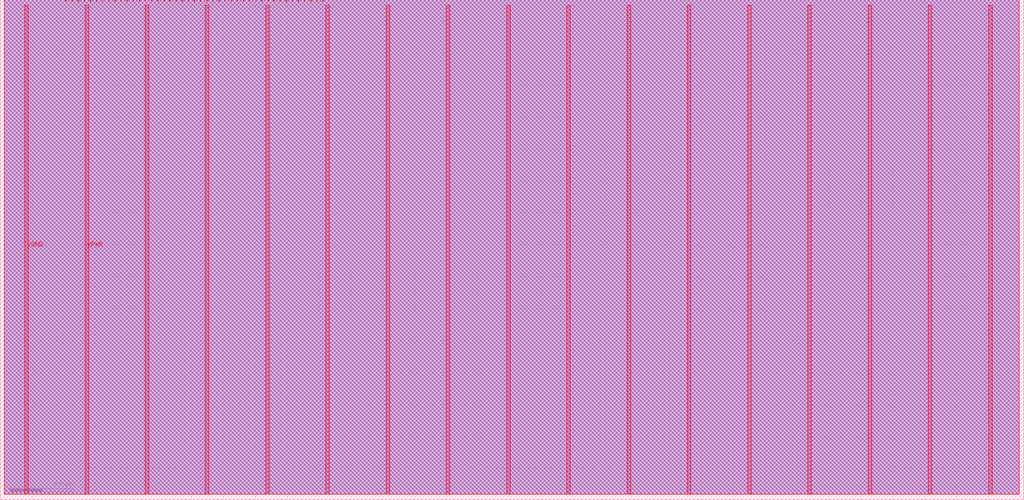
<source format=lef>
VERSION 5.8 ;
BUSBITCHARS "[]" ;
DIVIDERCHAR "/" ;
UNITS
    DATABASE MICRONS 1000 ;
END UNITS

VIA tt_um_toivoh_retro_console_via1_2_2200_440_1_5_410_410
  VIARULE via1Array ;
  CUTSIZE 0.19 0.19 ;
  LAYERS Metal1 Via1 Metal2 ;
  CUTSPACING 0.22 0.22 ;
  ENCLOSURE 0.01 0.125 0.05 0.005 ;
  ROWCOL 1 5 ;
END tt_um_toivoh_retro_console_via1_2_2200_440_1_5_410_410

VIA tt_um_toivoh_retro_console_via2_3_2200_440_1_5_410_410
  VIARULE via2Array ;
  CUTSIZE 0.19 0.19 ;
  LAYERS Metal2 Via2 Metal3 ;
  CUTSPACING 0.22 0.22 ;
  ENCLOSURE 0.05 0.005 0.005 0.05 ;
  ROWCOL 1 5 ;
END tt_um_toivoh_retro_console_via2_3_2200_440_1_5_410_410

VIA tt_um_toivoh_retro_console_via3_4_2200_440_1_5_410_410
  VIARULE via3Array ;
  CUTSIZE 0.19 0.19 ;
  LAYERS Metal3 Via3 Metal4 ;
  CUTSPACING 0.22 0.22 ;
  ENCLOSURE 0.005 0.05 0.05 0.005 ;
  ROWCOL 1 5 ;
END tt_um_toivoh_retro_console_via3_4_2200_440_1_5_410_410

VIA tt_um_toivoh_retro_console_via4_5_2200_440_1_5_410_410
  VIARULE via4Array ;
  CUTSIZE 0.19 0.19 ;
  LAYERS Metal4 Via4 Metal5 ;
  CUTSPACING 0.22 0.22 ;
  ENCLOSURE 0.05 0.005 0.185 0.05 ;
  ROWCOL 1 5 ;
END tt_um_toivoh_retro_console_via4_5_2200_440_1_5_410_410

MACRO tt_um_toivoh_retro_console
  FOREIGN tt_um_toivoh_retro_console 0 0 ;
  CLASS BLOCK ;
  SIZE 642.24 BY 313.74 ;
  PIN clk
    DIRECTION INPUT ;
    USE SIGNAL ;
    PORT
      LAYER Metal5 ;
        RECT  198.57 312.74 198.87 313.74 ;
    END
  END clk
  PIN ena
    DIRECTION INPUT ;
    USE SIGNAL ;
    PORT
      LAYER Metal5 ;
        RECT  202.41 312.74 202.71 313.74 ;
    END
  END ena
  PIN rst_n
    DIRECTION INPUT ;
    USE SIGNAL ;
    PORT
      LAYER Metal5 ;
        RECT  194.73 312.74 195.03 313.74 ;
    END
  END rst_n
  PIN ui_in[0]
    DIRECTION INPUT ;
    USE SIGNAL ;
    PORT
      LAYER Metal5 ;
        RECT  190.89 312.74 191.19 313.74 ;
    END
  END ui_in[0]
  PIN ui_in[1]
    DIRECTION INPUT ;
    USE SIGNAL ;
    PORT
      LAYER Metal5 ;
        RECT  187.05 312.74 187.35 313.74 ;
    END
  END ui_in[1]
  PIN ui_in[2]
    DIRECTION INPUT ;
    USE SIGNAL ;
    PORT
      LAYER Metal5 ;
        RECT  183.21 312.74 183.51 313.74 ;
    END
  END ui_in[2]
  PIN ui_in[3]
    DIRECTION INPUT ;
    USE SIGNAL ;
    PORT
      LAYER Metal5 ;
        RECT  179.37 312.74 179.67 313.74 ;
    END
  END ui_in[3]
  PIN ui_in[4]
    DIRECTION INPUT ;
    USE SIGNAL ;
    PORT
      LAYER Metal5 ;
        RECT  175.53 312.74 175.83 313.74 ;
    END
  END ui_in[4]
  PIN ui_in[5]
    DIRECTION INPUT ;
    USE SIGNAL ;
    PORT
      LAYER Metal5 ;
        RECT  171.69 312.74 171.99 313.74 ;
    END
  END ui_in[5]
  PIN ui_in[6]
    DIRECTION INPUT ;
    USE SIGNAL ;
    PORT
      LAYER Metal5 ;
        RECT  167.85 312.74 168.15 313.74 ;
    END
  END ui_in[6]
  PIN ui_in[7]
    DIRECTION INPUT ;
    USE SIGNAL ;
    PORT
      LAYER Metal5 ;
        RECT  164.01 312.74 164.31 313.74 ;
    END
  END ui_in[7]
  PIN uio_in[0]
    DIRECTION INPUT ;
    USE SIGNAL ;
    PORT
      LAYER Metal5 ;
        RECT  160.17 312.74 160.47 313.74 ;
    END
  END uio_in[0]
  PIN uio_in[1]
    DIRECTION INPUT ;
    USE SIGNAL ;
    PORT
      LAYER Metal5 ;
        RECT  156.33 312.74 156.63 313.74 ;
    END
  END uio_in[1]
  PIN uio_in[2]
    DIRECTION INPUT ;
    USE SIGNAL ;
    PORT
      LAYER Metal5 ;
        RECT  152.49 312.74 152.79 313.74 ;
    END
  END uio_in[2]
  PIN uio_in[3]
    DIRECTION INPUT ;
    USE SIGNAL ;
    PORT
      LAYER Metal5 ;
        RECT  148.65 312.74 148.95 313.74 ;
    END
  END uio_in[3]
  PIN uio_in[4]
    DIRECTION INPUT ;
    USE SIGNAL ;
    PORT
      LAYER Metal5 ;
        RECT  144.81 312.74 145.11 313.74 ;
    END
  END uio_in[4]
  PIN uio_in[5]
    DIRECTION INPUT ;
    USE SIGNAL ;
    PORT
      LAYER Metal5 ;
        RECT  140.97 312.74 141.27 313.74 ;
    END
  END uio_in[5]
  PIN uio_in[6]
    DIRECTION INPUT ;
    USE SIGNAL ;
    PORT
      LAYER Metal5 ;
        RECT  137.13 312.74 137.43 313.74 ;
    END
  END uio_in[6]
  PIN uio_in[7]
    DIRECTION INPUT ;
    USE SIGNAL ;
    PORT
      LAYER Metal5 ;
        RECT  133.29 312.74 133.59 313.74 ;
    END
  END uio_in[7]
  PIN uio_oe[0]
    DIRECTION OUTPUT ;
    USE SIGNAL ;
    PORT
      LAYER Metal5 ;
        RECT  68.01 312.74 68.31 313.74 ;
    END
  END uio_oe[0]
  PIN uio_oe[1]
    DIRECTION OUTPUT ;
    USE SIGNAL ;
    PORT
      LAYER Metal5 ;
        RECT  64.17 312.74 64.47 313.74 ;
    END
  END uio_oe[1]
  PIN uio_oe[2]
    DIRECTION OUTPUT ;
    USE SIGNAL ;
    PORT
      LAYER Metal5 ;
        RECT  60.33 312.74 60.63 313.74 ;
    END
  END uio_oe[2]
  PIN uio_oe[3]
    DIRECTION OUTPUT ;
    USE SIGNAL ;
    PORT
      LAYER Metal5 ;
        RECT  56.49 312.74 56.79 313.74 ;
    END
  END uio_oe[3]
  PIN uio_oe[4]
    DIRECTION OUTPUT ;
    USE SIGNAL ;
    PORT
      LAYER Metal5 ;
        RECT  52.65 312.74 52.95 313.74 ;
    END
  END uio_oe[4]
  PIN uio_oe[5]
    DIRECTION OUTPUT ;
    USE SIGNAL ;
    PORT
      LAYER Metal5 ;
        RECT  48.81 312.74 49.11 313.74 ;
    END
  END uio_oe[5]
  PIN uio_oe[6]
    DIRECTION OUTPUT ;
    USE SIGNAL ;
    PORT
      LAYER Metal5 ;
        RECT  44.97 312.74 45.27 313.74 ;
    END
  END uio_oe[6]
  PIN uio_oe[7]
    DIRECTION OUTPUT ;
    USE SIGNAL ;
    PORT
      LAYER Metal5 ;
        RECT  41.13 312.74 41.43 313.74 ;
    END
  END uio_oe[7]
  PIN uio_out[0]
    DIRECTION OUTPUT ;
    USE SIGNAL ;
    PORT
      LAYER Metal5 ;
        RECT  98.73 312.74 99.03 313.74 ;
    END
  END uio_out[0]
  PIN uio_out[1]
    DIRECTION OUTPUT ;
    USE SIGNAL ;
    PORT
      LAYER Metal5 ;
        RECT  94.89 312.74 95.19 313.74 ;
    END
  END uio_out[1]
  PIN uio_out[2]
    DIRECTION OUTPUT ;
    USE SIGNAL ;
    PORT
      LAYER Metal5 ;
        RECT  91.05 312.74 91.35 313.74 ;
    END
  END uio_out[2]
  PIN uio_out[3]
    DIRECTION OUTPUT ;
    USE SIGNAL ;
    PORT
      LAYER Metal5 ;
        RECT  87.21 312.74 87.51 313.74 ;
    END
  END uio_out[3]
  PIN uio_out[4]
    DIRECTION OUTPUT ;
    USE SIGNAL ;
    PORT
      LAYER Metal5 ;
        RECT  83.37 312.74 83.67 313.74 ;
    END
  END uio_out[4]
  PIN uio_out[5]
    DIRECTION OUTPUT ;
    USE SIGNAL ;
    PORT
      LAYER Metal5 ;
        RECT  79.53 312.74 79.83 313.74 ;
    END
  END uio_out[5]
  PIN uio_out[6]
    DIRECTION OUTPUT ;
    USE SIGNAL ;
    PORT
      LAYER Metal5 ;
        RECT  75.69 312.74 75.99 313.74 ;
    END
  END uio_out[6]
  PIN uio_out[7]
    DIRECTION OUTPUT ;
    USE SIGNAL ;
    PORT
      LAYER Metal5 ;
        RECT  71.85 312.74 72.15 313.74 ;
    END
  END uio_out[7]
  PIN uo_out[0]
    DIRECTION OUTPUT ;
    USE SIGNAL ;
    PORT
      LAYER Metal5 ;
        RECT  129.45 312.74 129.75 313.74 ;
    END
  END uo_out[0]
  PIN uo_out[1]
    DIRECTION OUTPUT ;
    USE SIGNAL ;
    PORT
      LAYER Metal5 ;
        RECT  125.61 312.74 125.91 313.74 ;
    END
  END uo_out[1]
  PIN uo_out[2]
    DIRECTION OUTPUT ;
    USE SIGNAL ;
    PORT
      LAYER Metal5 ;
        RECT  121.77 312.74 122.07 313.74 ;
    END
  END uo_out[2]
  PIN uo_out[3]
    DIRECTION OUTPUT ;
    USE SIGNAL ;
    PORT
      LAYER Metal5 ;
        RECT  117.93 312.74 118.23 313.74 ;
    END
  END uo_out[3]
  PIN uo_out[4]
    DIRECTION OUTPUT ;
    USE SIGNAL ;
    PORT
      LAYER Metal5 ;
        RECT  114.09 312.74 114.39 313.74 ;
    END
  END uo_out[4]
  PIN uo_out[5]
    DIRECTION OUTPUT ;
    USE SIGNAL ;
    PORT
      LAYER Metal5 ;
        RECT  110.25 312.74 110.55 313.74 ;
    END
  END uo_out[5]
  PIN uo_out[6]
    DIRECTION OUTPUT ;
    USE SIGNAL ;
    PORT
      LAYER Metal5 ;
        RECT  106.41 312.74 106.71 313.74 ;
    END
  END uo_out[6]
  PIN uo_out[7]
    DIRECTION OUTPUT ;
    USE SIGNAL ;
    PORT
      LAYER Metal5 ;
        RECT  102.57 312.74 102.87 313.74 ;
    END
  END uo_out[7]
  PIN VGND
    DIRECTION INOUT ;
    USE GROUND ;
    PORT
      LAYER Metal5 ;
        RECT  620.18 3.56 622.38 310.18 ;
        RECT  544.58 3.56 546.78 310.18 ;
        RECT  468.98 3.56 471.18 310.18 ;
        RECT  393.38 3.56 395.58 310.18 ;
        RECT  317.78 3.56 319.98 310.18 ;
        RECT  242.18 3.56 244.38 310.18 ;
        RECT  166.58 3.56 168.78 310.18 ;
        RECT  90.98 3.56 93.18 310.18 ;
        RECT  15.38 3.56 17.58 310.18 ;
    END
  END VGND
  PIN VPWR
    DIRECTION INOUT ;
    USE POWER ;
    PORT
      LAYER Metal5 ;
        RECT  582.38 3.56 584.58 310.18 ;
        RECT  506.78 3.56 508.98 310.18 ;
        RECT  431.18 3.56 433.38 310.18 ;
        RECT  355.58 3.56 357.78 310.18 ;
        RECT  279.98 3.56 282.18 310.18 ;
        RECT  204.38 3.56 206.58 310.18 ;
        RECT  128.78 3.56 130.98 310.18 ;
        RECT  53.18 3.56 55.38 310.18 ;
    END
  END VPWR
  OBS
    LAYER Metal1 ;
     RECT  2.605 3.56 639.36 313.74 ;
    LAYER Metal2 ;
     RECT  2.605 3.56 639.36 313.74 ;
    LAYER Metal3 ;
     RECT  2.605 3.56 639.36 313.74 ;
    LAYER Metal4 ;
     RECT  2.605 3.56 639.36 313.74 ;
    LAYER Metal5 ;
     RECT  2.605 3.56 639.36 313.74 ;
  END
END tt_um_toivoh_retro_console
END LIBRARY

</source>
